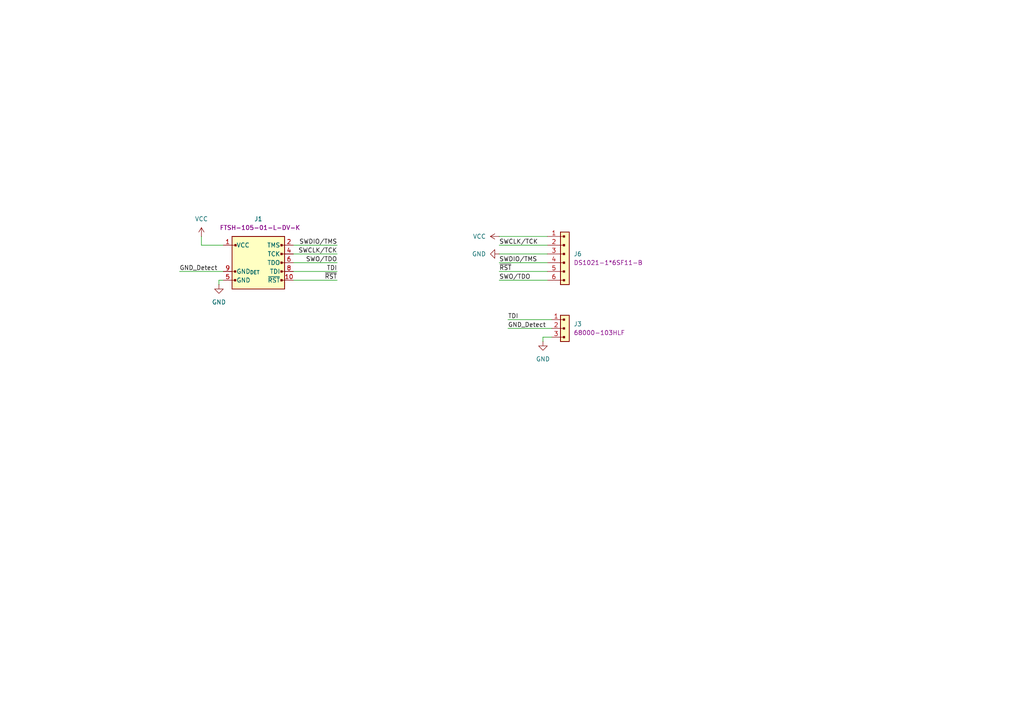
<source format=kicad_sch>
(kicad_sch (version 20231120) (generator "eeschema") (generator_version "8.0")
  (paper "A4")
  (title_block (title "JTAG/SWD Breakout") (date "2024-07-20") (rev "1.0.0"))
  (lib_symbols
    (symbol "Koszalix_Connectors_PinHead:Connector_JTAG_SWD_10" (pin_names (offset 1.27))
      (property "Reference" "J" (at 30.226 -1.016 0))
      (property "MPN" " FTSH-105-01-L-DV-K" (at -2.54 3.81 0))
      (symbol "Connector_JTAG_SWD_10_1_1"
        (polyline (pts (xy 3.175 -10.16) (xy 2.413 -10.16)))
        (polyline (pts (xy 3.175 -7.62) (xy 2.413 -7.62)))
        (polyline (pts (xy 3.302 0) (xy 2.54 0)))
        (polyline (pts (xy 17.145 -10.16) (xy 17.907 -10.16)))
        (polyline (pts (xy 17.145 -7.62) (xy 17.907 -7.62)))
        (polyline (pts (xy 17.145 -5.08) (xy 17.907 -5.08)))
        (polyline (pts (xy 17.145 -2.54) (xy 17.907 -2.54)))
        (polyline (pts (xy 17.145 0) (xy 17.907 0)))
        (rectangle (start 2.54 2.54) (end 17.78 -12.7) (stroke (width 0.254)) (fill (type background)))
        (rectangle (start 3.175 -9.906) (end 3.683 -10.414) (fill (type outline)))
        (rectangle (start 3.175 -7.366) (end 3.683 -7.874) (fill (type outline)))
        (rectangle (start 3.302 0.254) (end 3.81 -0.254) (fill (type outline)))
        (rectangle (start 17.145 -10.414) (end 16.637 -9.906) (fill (type outline)))
        (rectangle (start 17.145 -7.874) (end 16.637 -7.366) (fill (type outline)))
        (rectangle (start 17.145 -5.334) (end 16.637 -4.826) (fill (type outline)))
        (rectangle (start 17.145 -2.794) (end 16.637 -2.286) (fill (type outline)))
        (rectangle (start 17.145 -0.254) (end 16.637 0.254) (fill (type outline)))
        (pin passive line (at 0 0 0) (length 2.54) (name "VCC") (number "1"))
        (pin passive line (at 20.32 -10.16 180) (length 2.54) (name "~{RST}") (number "10"))
        (pin passive line (at 20.32 0 180) (length 2.54) (name "TMS") (number "2"))
        (pin passive line (at 0 -10.16 0) (length 2.54) hide (name "GND") (number "3"))
        (pin passive line (at 20.32 -2.54 180) (length 2.54) (name "TCK") (number "4"))
        (pin passive line (at 0 -10.16 0) (length 2.54) (name "GND") (number "5"))
        (pin passive line (at 20.32 -5.08 180) (length 2.54) (name "TDO") (number "6"))
        (pin no_connect line (at 0 -2.54 0) (length 2.54) hide (name "KEY") (number "7"))
        (pin passive line (at 20.32 -7.62 180) (length 2.54) (name "TDI") (number "8"))
        (pin passive line (at 0 -7.62 0) (length 2.54) (name "GND_{DET}") (number "9"))
      )
    )
    (symbol "Koszalix_Connectors_PinHead:PinHeader_1x3"
      (property "Reference" "J" (at 7.62 -1.27 0))
      (property "MPN" "68000-103HLF" (at 7.62 -11.43 0))
      (symbol "PinHeader_1x3_1_1"
        (polyline (pts (xy 3.302 -5.08) (xy 2.54 -5.08)))
        (polyline (pts (xy 3.302 -2.54) (xy 2.54 -2.54)))
        (polyline (pts (xy 3.302 0) (xy 2.54 0)))
        (rectangle (start 2.54 1.27) (end 5.08 -6.35) (stroke (width 0.254)) (fill (type background)))
        (rectangle (start 3.302 -4.826) (end 3.81 -5.334) (fill (type outline)))
        (rectangle (start 3.302 -2.286) (end 3.81 -2.794) (fill (type outline)))
        (rectangle (start 3.302 0.254) (end 3.81 -0.254) (fill (type outline)))
        (pin passive line (at 0 0 0) (length 2.54) (name "~") (number "1"))
        (pin passive line (at 0 -2.54 0) (length 2.54) (name "~") (number "2"))
        (pin passive line (at 0 -5.08 0) (length 2.54) (name "~") (number "3"))
      )
    )
    (symbol "Koszalix_Connectors_PinHead:PinHeader_1x6" (pin_names hide)
      (property "Reference" "J" (at 8.636 0 0))
      (property "MPN" "DS1021-1*6SF11-B" (at 0.508 4.064 0))
      (symbol "PinHeader_1x6_1_1"
        (polyline (pts (xy 4.572 -12.7) (xy 3.81 -12.7)))
        (polyline (pts (xy 4.572 -10.16) (xy 3.81 -10.16)))
        (polyline (pts (xy 4.572 -7.62) (xy 3.81 -7.62)))
        (polyline (pts (xy 4.572 -5.08) (xy 3.81 -5.08)))
        (polyline (pts (xy 4.572 -2.54) (xy 3.81 -2.54)))
        (polyline (pts (xy 4.572 0) (xy 3.81 0)))
        (rectangle (start 3.81 1.27) (end 6.35 -13.97) (stroke (width 0.254)) (fill (type background)))
        (rectangle (start 4.572 -12.446) (end 5.08 -12.954) (fill (type outline)))
        (rectangle (start 4.572 -9.906) (end 5.08 -10.414) (fill (type outline)))
        (rectangle (start 4.572 -7.366) (end 5.08 -7.874) (fill (type outline)))
        (rectangle (start 4.572 -4.826) (end 5.08 -5.334) (fill (type outline)))
        (rectangle (start 4.572 -2.286) (end 5.08 -2.794) (fill (type outline)))
        (rectangle (start 4.572 0.254) (end 5.08 -0.254) (fill (type outline)))
        (pin passive line (at 0 0 0) (length 3.81) (name "Pin_1") (number "1"))
        (pin passive line (at 0 -2.54 0) (length 3.81) (name "Pin_2") (number "2"))
        (pin passive line (at 0 -5.08 0) (length 3.81) (name "Pin_3") (number "3"))
        (pin passive line (at 0 -7.62 0) (length 3.81) (name "Pin_4") (number "4"))
        (pin passive line (at 0 -10.16 0) (length 3.81) (name "Pin_5") (number "5"))
        (pin passive line (at 0 -12.7 0) (length 3.81) (name "Pin_6") (number "6"))
      )
    )
    (symbol "power:GND" (power) (pin_numbers hide) (pin_names (offset 0) hide)
      (property "Value" "GND" (at 0 -3.81 0))
      (symbol "GND_0_1"
        (polyline (pts (xy 0 0) (xy 0 -1.27) (xy 1.27 -1.27) (xy 0 -2.54) (xy -1.27 -1.27) (xy 0 -1.27)))
      )
      (symbol "GND_1_1"
        (pin power_in line (at 0 0 270) (length 0) (name "~") (number "1"))
      )
    )
    (symbol "power:VCC" (power) (pin_numbers hide) (pin_names (offset 0) hide)
      (property "Value" "VCC" (at 0 3.556 0))
      (symbol "VCC_0_1"
        (polyline (pts (xy -0.762 1.27) (xy 0 2.54)))
        (polyline (pts (xy 0 0) (xy 0 2.54)))
        (polyline (pts (xy 0 2.54) (xy 0.762 1.27)))
      )
      (symbol "VCC_1_1"
        (pin power_in line (at 0 0 90) (length 0) (name "~") (number "1"))
      )
    )
  )
  (wire (pts (xy 63.5 81.28) (xy 64.77 81.28)))
  (wire (pts (xy 63.5 82.55) (xy 63.5 81.28)))
  (wire (pts (xy 144.78 81.28) (xy 158.75 81.28)))
  (wire (pts (xy 147.32 92.71) (xy 160.02 92.71)))
  (wire (pts (xy 147.32 95.25) (xy 160.02 95.25)))
  (wire (pts (xy 157.48 97.79) (xy 160.02 97.79)))
  (wire (pts (xy 157.48 99.06) (xy 157.48 97.79)))
  (wire (pts (xy 58.42 71.12) (xy 64.77 71.12)))
  (wire (pts (xy 52.07 78.74) (xy 64.77 78.74)))
  (wire (pts (xy 144.78 73.66) (xy 158.75 73.66)))
  (wire (pts (xy 85.09 71.12) (xy 97.79 71.12)))
  (wire (pts (xy 85.09 81.28) (xy 97.79 81.28)))
  (wire (pts (xy 85.09 76.2) (xy 97.79 76.2)))
  (wire (pts (xy 144.78 78.74) (xy 158.75 78.74)))
  (wire (pts (xy 85.09 73.66) (xy 97.79 73.66)))
  (wire (pts (xy 58.42 68.58) (xy 58.42 71.12)))
  (wire (pts (xy 144.78 71.12) (xy 158.75 71.12)))
  (wire (pts (xy 85.09 78.74) (xy 97.79 78.74)))
  (wire (pts (xy 144.78 68.58) (xy 158.75 68.58)))
  (wire (pts (xy 144.78 76.2) (xy 158.75 76.2)))
  (label "SWCLK{slash}TCK" (at 97.79 73.66 180))
  (label "GND_Detect" (at 147.32 95.25 0))
  (label "TDI" (at 97.79 78.74 180))
  (label "GND_Detect" (at 52.07 78.74 0))
  (label "SWDIO{slash}TMS" (at 97.79 71.12 180))
  (label "TDI" (at 147.32 92.71 0))
  (label "SWCLK{slash}TCK" (at 144.78 71.12 0))
  (label "~{RST}" (at 97.79 81.28 180))
  (label "SWDIO{slash}TMS" (at 144.78 76.2 0))
  (label "SWO{slash}TDO" (at 144.78 81.28 0))
  (label "SWO{slash}TDO" (at 97.79 76.2 180))
  (label "~{RST}" (at 144.78 78.74 0))
  (symbol (lib_id "power:VCC") (at 58.42 68.58 0) (unit 1)
    (property "Reference" "#PWR02" (effects (hide yes)))
    (property "Value" "VCC" (at 58.42 63.5 0))
    (property "Description" "Power symbol creates a global label with name \"VCC\"" (effects (hide yes)))
  )
  (symbol (lib_id "Koszalix_Connectors_PinHead:PinHeader_1x3") (at 160.02 92.71 0) (unit 1)
    (property "Reference" "J3" (at 166.37 93.9799 0) (effects (justify left)))
    (property "Value" "68000-103HLF" (effects (hide yes)))
    (property "Footprint" "Koszalix_Connectors_PinHead:Amphenol_68000-103HLF" (effects (hide yes)))
    (property "Datasheet" "https://www.tme.eu/Document/deb83b8ba474aa6382ee38bb24abad5e/68000-XXXXLF.pdf" (effects (hide yes)))
    (property "Description" "Pin Header connector 1x3" (effects (hide yes)))
    (property "MPN" "68000-103HLF" (at 166.37 96.5199 0) (effects (justify left)))
    (property "Manufacuter" "Amphenol" (effects (hide yes)))
  )
  (symbol (lib_id "Koszalix_Connectors_PinHead:PinHeader_1x6") (at 158.75 68.58 0) (unit 1)
    (property "Reference" "J6" (at 166.37 73.6599 0) (effects (justify left)))
    (property "Value" "DS1021-1*6SF11-B" (effects (hide yes)))
    (property "Footprint" "Connector_PinHeader_2.54mm:PinHeader_1x06_P2.54mm_Vertical" (effects (hide yes)))
    (property "Datasheet" "https://www.tme.eu/Document/cc301e58a5da78cb543a94b5a5b7f06a/DS1021.pdf" (effects (hide yes)))
    (property "Description" "Pin Header connector 2x10" (effects (hide yes)))
    (property "MPN" "DS1021-1*6SF11-B" (at 166.37 76.1999 0) (effects (justify left)))
    (property "Manufacturer" "Confly" (effects (hide yes)))
  )
  (symbol (lib_id "power:GND") (at 63.5 82.55 0) (unit 1)
    (property "Reference" "#PWR03" (effects (hide yes)))
    (property "Value" "GND" (at 63.5 87.63 0))
    (property "Description" "Power symbol creates a global label with name \"GND\" , ground" (effects (hide yes)))
  )
  (symbol (lib_id "power:VCC") (at 144.78 68.58 90) (unit 1)
    (property "Reference" "#PWR01" (effects (hide yes)))
    (property "Value" "VCC" (at 140.97 68.5799 90) (effects (justify left)))
    (property "Description" "Power symbol creates a global label with name \"VCC\"" (effects (hide yes)))
  )
  (symbol (lib_id "power:GND") (at 157.48 99.06 0) (unit 1)
    (property "Reference" "#PWR04" (effects (hide yes)))
    (property "Value" "GND" (at 157.48 104.14 0))
    (property "Description" "Power symbol creates a global label with name \"GND\" , ground" (effects (hide yes)))
  )
  (symbol (lib_id "Koszalix_Connectors_PinHead:Connector_JTAG_SWD_10") (at 64.77 71.12 0) (unit 1)
    (property "Reference" "J1" (at 74.93 63.5 0))
    (property "Value" "JTAG" (effects (hide yes)))
    (property "Footprint" "Koszalix_Connectors_PinHead:Samtec-FTSH-105-01-L-DV-K" (effects (hide yes)))
    (property "Datasheet" "https://suddendocs.samtec.com/productspecs/clp-ftsh.pdf" (effects (hide yes)))
    (property "Description" "JTAG/SWD connector" (effects (hide yes)))
    (property "MPN" " FTSH-105-01-L-DV-K" (at 74.93 66.04 0))
    (property "Manufacturer" "Samtec" (effects (hide yes)))
  )
  (symbol (lib_id "power:GND") (at 144.78 73.66 270) (unit 1)
    (property "Reference" "#PWR012" (effects (hide yes)))
    (property "Value" "GND" (at 140.97 73.6599 90) (effects (justify right)))
    (property "Description" "Power symbol creates a global label with name \"GND\" , ground" (effects (hide yes)))
  )
)
</source>
